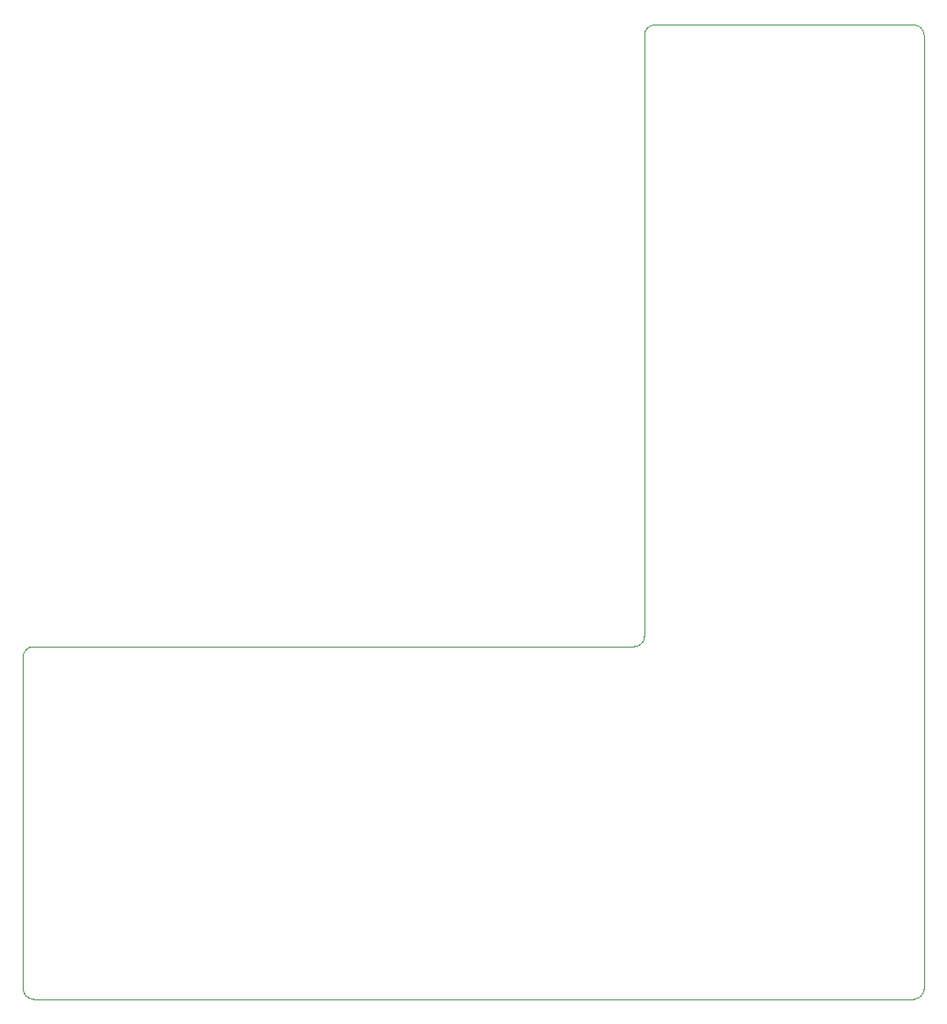
<source format=gm1>
G04 #@! TF.GenerationSoftware,KiCad,Pcbnew,(6.0.8-1)-1*
G04 #@! TF.CreationDate,2022-10-22T21:37:00+02:00*
G04 #@! TF.ProjectId,shunt_regulator,7368756e-745f-4726-9567-756c61746f72,rev?*
G04 #@! TF.SameCoordinates,Original*
G04 #@! TF.FileFunction,Profile,NP*
%FSLAX46Y46*%
G04 Gerber Fmt 4.6, Leading zero omitted, Abs format (unit mm)*
G04 Created by KiCad (PCBNEW (6.0.8-1)-1) date 2022-10-22 21:37:00*
%MOMM*%
%LPD*%
G01*
G04 APERTURE LIST*
G04 #@! TA.AperFunction,Profile*
%ADD10C,0.100000*%
G04 #@! TD*
G04 APERTURE END LIST*
D10*
X30000000Y13000000D02*
G75*
G03*
X31000000Y14000000I0J1000000D01*
G01*
X31000001Y15000000D02*
G75*
G03*
X31000001Y15000000I-1J0D01*
G01*
X32000000Y73000000D02*
G75*
G03*
X31000000Y72000000I0J-1000000D01*
G01*
X58000000Y72000000D02*
G75*
G03*
X57000000Y73000000I-1000000J0D01*
G01*
X57000000Y-21000000D02*
G75*
G03*
X58000000Y-20000000I0J1000000D01*
G01*
X-29000000Y-20000000D02*
G75*
G03*
X-28000000Y-21000000I1000000J0D01*
G01*
X-28000000Y13000000D02*
G75*
G03*
X-29000000Y12000000I0J-1000000D01*
G01*
X-29000000Y12000000D02*
X-29000000Y-20000000D01*
X31000000Y72000000D02*
X31000000Y14000000D01*
X57000000Y73000000D02*
X32000000Y73000000D01*
X58000000Y-20000000D02*
X58000000Y72000000D01*
X-28000000Y-21000000D02*
X57000000Y-21000000D01*
X-28000000Y13000000D02*
X30000000Y13000000D01*
M02*

</source>
